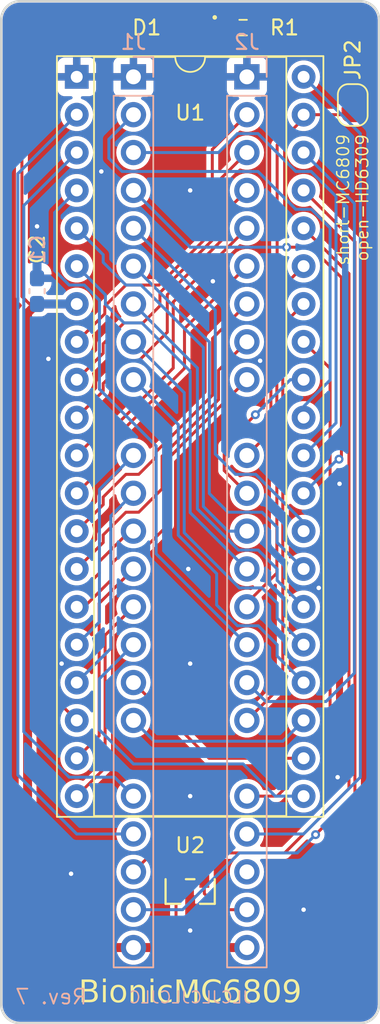
<source format=kicad_pcb>
(kicad_pcb (version 20240108) (generator "pcbnew") (generator_version "8.0")
  (title_block (title "BionicMC6809") (date "2025-03-02") (rev "67") (company "Tadashi G. Takaoka"))
  (layers (0 "F.Cu" signal) (31 "B.Cu" signal) (34 "B.Paste" user) (35 "F.Paste" user) (36 "B.SilkS" user "B.Silkscreen") (37 "F.SilkS" user "F.Silkscreen") (38 "B.Mask" user) (39 "F.Mask" user) (44 "Edge.Cuts" user))
  (net 0 "")
  (net 1 "VCC")
  (net 2 "GND")
  (net 3 "Net-(D1-K)")
  (net 4 "/P10")
  (net 5 "/P11")
  (net 6 "/P12")
  (net 7 "/P13")
  (net 8 "/P14")
  (net 9 "/P15")
  (net 10 "/P16")
  (net 11 "/P17")
  (net 12 "/P30")
  (net 13 "/P31")
  (net 14 "/P32")
  (net 15 "/P33")
  (net 16 "/P34")
  (net 17 "/P35")
  (net 18 "/P36")
  (net 19 "/P37")
  (net 20 "/P50")
  (net 21 "/P51")
  (net 22 "/P52")
  (net 23 "/P53")
  (net 24 "Net-(J2-P57)")
  (net 26 "/P55")
  (net 27 "/P54")
  (net 28 "/P47")
  (net 29 "/P46")
  (net 30 "/P45")
  (net 31 "/P44")
  (net 32 "/P43")
  (net 33 "/P42")
  (net 34 "/P41")
  (net 35 "/P40")
  (net 36 "/P27")
  (net 37 "/P26")
  (net 38 "/P25")
  (net 39 "/P24")
  (net 40 "/P23")
  (net 41 "/P22")
  (net 42 "/P21")
  (net 43 "/P20")
  (footprint "bionic:SolderJumper-2_P1.3mm_Open_RoundedPad1.0x1.5mm" (layer "F.Cu") (at 124.622 76.97 -90)
    (property "Reference" "JP2" (at -3.033 0 -90) (layer "F.SilkS"))
    (property "Value" "CPU")
    (fp_line (start 0.7 1) (end -0.7 1) (stroke (width 0.12)) (layer "F.SilkS"))
    (fp_line (start -1.4 0.3) (end -1.4 -0.3) (stroke (width 0.12)) (layer "F.SilkS"))
    (fp_line (start 1.4 -0.3) (end 1.4 0.3) (stroke (width 0.12)) (layer "F.SilkS"))
    (fp_line (start -0.7 -1) (end 0.7 -1) (stroke (width 0.12)) (layer "F.SilkS"))
    (fp_arc (start -0.7 1) (mid -1.194975 0.794975) (end -1.4 0.3) (stroke (width 0.12)) (layer "F.SilkS"))
    (fp_arc (start 1.4 0.3) (mid 1.194975 0.794975) (end 0.7 1) (stroke (width 0.12)) (layer "F.SilkS"))
    (fp_arc (start -1.4 -0.3) (mid -1.194975 -0.794975) (end -0.7 -1) (stroke (width 0.12)) (layer "F.SilkS"))
    (fp_arc (start 0.7 -1) (mid 1.194975 -0.794975) (end 1.4 -0.3) (stroke (width 0.12)) (layer "F.SilkS"))
    (pad "1" smd custom (at -0.65 0 270) (size 1 0.5) (layers "F.Cu" "F.Mask") (net 2 "GND") (options (clearance outline) (anchor rect)) (primitives (gr_circle (center 0 0.25) (end 0.5 0.25) (width 0) (fill yes)) (gr_circle (center 0 -0.25) (end 0.5 -0.25) (width 0) (fill yes)) (gr_poly (pts (xy 0.5 0.75) (xy 0 0.75) (xy 0 -0.75) (xy 0.5 -0.75)) (width 0) (fill yes))))
    (pad "2" smd custom (at 0.65 0 270) (size 1 0.5) (layers "F.Cu" "F.Mask") (net 35 "/P40") (options (clearance outline) (anchor rect)) (primitives (gr_circle (center 0 0.25) (end 0.5 0.25) (width 0) (fill yes)) (gr_circle (center 0 -0.25) (end 0.5 -0.25) (width 0) (fill yes)) (gr_poly (pts (xy 0 0.75) (xy -0.5 0.75) (xy -0.5 -0.75) (xy 0 -0.75)) (width 0) (fill yes))))
  )
  (footprint "Resistor_SMD:R_0603_1608Metric_Pad0.98x0.95mm_HandSolder" (layer "F.Cu") (at 117.256 71.778)
    (property "Reference" "R1" (at 2.7733 0 0) (layer "F.SilkS"))
    (property "Value" "1.6k")
    (fp_line (start -0.254724 -0.5225) (end 0.254724 -0.5225) (stroke (width 0.12)) (layer "F.SilkS"))
    (fp_line (start -0.254724 0.5225) (end 0.254724 0.5225) (stroke (width 0.12)) (layer "F.SilkS"))
    (pad "1" smd roundrect (at -0.9125 0) (size 0.975 0.95) (layers "F.Cu" "F.Paste" "F.Mask") (net 3 "Net-(D1-K)"))
    (pad "2" smd roundrect (at 0.9125 0) (size 0.975 0.95) (layers "F.Cu" "F.Paste" "F.Mask") (net 2 "GND"))
  )
  (footprint "Capacitor_SMD:C_0603_1608Metric_Pad1.08x0.95mm_HandSolder" (layer "F.Cu") (at 103.413 89.4575 90)
    (property "Reference" "C2" (at 2.794 0 90) (layer "F.SilkS"))
    (property "Value" "22u")
    (fp_line (start -0.146267 -0.51) (end 0.146267 -0.51) (stroke (width 0.12)) (layer "F.SilkS"))
    (fp_line (start -0.146267 0.51) (end 0.146267 0.51) (stroke (width 0.12)) (layer "F.SilkS"))
    (pad "1" smd roundrect (at -0.8625 0 90) (size 1.075 0.95) (layers "F.Cu" "F.Paste" "F.Mask") (net 1 "VCC"))
    (pad "2" smd roundrect (at 0.8625 0 90) (size 1.075 0.95) (layers "F.Cu" "F.Paste" "F.Mask") (net 2 "GND"))
  )
  (footprint "rhom:LED_CSL1901UW1_ROM-M" (layer "F.Cu") (at 113.7 71.778 180)
    (property "Reference" "D1" (at 2.921 0 0) (layer "F.SilkS"))
    (property "Value" "CSL1901UW1")
    (fp_circle (center -1.651 0.6858) (end -1.5748 0.6858) (stroke (width 0.1524)) (fill none) (layer "F.SilkS"))
    (pad "1" smd rect (at -0.8763 0 180) (size 0.9652 0.762) (layers "F.Cu" "F.Paste" "F.Mask") (net 3 "Net-(D1-K)"))
    (pad "2" smd rect (at 0.8763 0 180) (size 0.9652 0.762) (layers "F.Cu" "F.Paste" "F.Mask") (net 1 "VCC"))
    (zone (net 0) (net_name "") (layer "F.Cu") (connect_pads (clearance 0)) (min_thickness 0.254)
      (keepout (tracks not_allowed) (vias not_allowed) (pads allowed) (copperpour not_allowed) (footprints allowed))
      (fill (thermal_gap 0.508) (thermal_bridge_width 0.508))
      (polygon (pts (xy 114.0429 72.1336) (xy 113.3571 72.1336) (xy 113.3571 71.4224) (xy 114.0429 71.4224)))
    )
  )
  (footprint "microchip:SOT-23_MC_MCH-M" (layer "F.Cu") (at 113.7 129.74 180)
    (property "Reference" "U2" (at 0 3.098 0) (layer "F.SilkS"))
    (property "Value" "11AA010-I/TT")
    (fp_line (start 1.652 0.827) (end 1.652 -0.827) (stroke (width 0.1524)) (layer "F.SilkS"))
    (fp_line (start 1.652 -0.827) (end 0.66294 -0.827) (stroke (width 0.1524)) (layer "F.SilkS"))
    (fp_line (start -0.287061 0.827) (end 0.287061 0.827) (stroke (width 0.1524)) (layer "F.SilkS"))
    (fp_line (start -0.66294 -0.827) (end -1.652 -0.827) (stroke (width 0.1524)) (layer "F.SilkS"))
    (fp_line (start -1.652 -0.827) (end -1.652 0.827) (stroke (width 0.1524)) (layer "F.SilkS"))
    (pad "1" smd rect (at -0.950001 1.066 180) (size 0.6604 1.6256) (layers "F.Cu" "F.Paste" "F.Mask") (net 24 "Net-(J2-P57)"))
    (pad "2" smd rect (at 0.950001 1.066 180) (size 0.6604 1.6256) (layers "F.Cu" "F.Paste" "F.Mask") (net 1 "VCC"))
    (pad "3" smd rect (at 0 -1.066 180) (size 0.6604 1.6256) (layers "F.Cu" "F.Paste" "F.Mask") (net 2 "GND"))
  )
  (footprint "bionic:DIP-40_W15.24mm_Socket" (layer "F.Cu") (at 106.08 75.08)
    (property "Reference" "U1" (at 7.62 2.413 0) (layer "F.SilkS"))
    (property "Value" "MC6809P")
    (fp_line (start -1.33 -1.39) (end -1.33 49.65) (stroke (width 0.12)) (layer "F.SilkS"))
    (fp_line (start -1.33 49.65) (end 16.57 49.65) (stroke (width 0.12)) (layer "F.SilkS"))
    (fp_line (start 1.16 -1.33) (end 1.16 49.59) (stroke (width 0.12)) (layer "F.SilkS"))
    (fp_line (start 1.16 49.59) (end 14.08 49.59) (stroke (width 0.12)) (layer "F.SilkS"))
    (fp_line (start 6.62 -1.33) (end 1.16 -1.33) (stroke (width 0.12)) (layer "F.SilkS"))
    (fp_line (start 14.08 -1.33) (end 8.62 -1.33) (stroke (width 0.12)) (layer "F.SilkS"))
    (fp_line (start 14.08 49.59) (end 14.08 -1.33) (stroke (width 0.12)) (layer "F.SilkS"))
    (fp_line (start 16.57 -1.39) (end -1.33 -1.39) (stroke (width 0.12)) (layer "F.SilkS"))
    (fp_line (start 16.57 49.65) (end 16.57 -1.39) (stroke (width 0.12)) (layer "F.SilkS"))
    (fp_arc (start 8.62 -1.33) (mid 7.62 -0.33) (end 6.62 -1.33) (stroke (width 0.12)) (layer "F.SilkS"))
    (pad "1" thru_hole rect (at 0 0) (size 1.6 1.6) (drill 0.8) (layers "*.Cu" "*.Mask") (net 2 "GND"))
    (pad "2" thru_hole oval (at 0 2.54) (size 1.6 1.6) (drill 0.8) (layers "*.Cu" "*.Mask") (net 21 "/P51"))
    (pad "3" thru_hole oval (at 0 5.08) (size 1.6 1.6) (drill 0.8) (layers "*.Cu" "*.Mask") (net 20 "/P50"))
    (pad "4" thru_hole oval (at 0 7.62) (size 1.6 1.6) (drill 0.8) (layers "*.Cu" "*.Mask") (net 30 "/P45"))
    (pad "5" thru_hole oval (at 0 10.16) (size 1.6 1.6) (drill 0.8) (layers "*.Cu" "*.Mask") (net 33 "/P42"))
    (pad "6" thru_hole oval (at 0 12.7) (size 1.6 1.6) (drill 0.8) (layers "*.Cu" "*.Mask") (net 32 "/P43"))
    (pad "7" thru_hole oval (at 0 15.24) (size 1.6 1.6) (drill 0.8) (layers "*.Cu" "*.Mask") (net 1 "VCC"))
    (pad "8" thru_hole oval (at 0 17.78) (size 1.6 1.6) (drill 0.8) (layers "*.Cu" "*.Mask") (net 43 "/P20"))
    (pad "9" thru_hole oval (at 0 20.32) (size 1.6 1.6) (drill 0.8) (layers "*.Cu" "*.Mask") (net 42 "/P21"))
    (pad "10" thru_hole oval (at 0 22.86) (size 1.6 1.6) (drill 0.8) (layers "*.Cu" "*.Mask") (net 41 "/P22"))
    (pad "11" thru_hole oval (at 0 25.4) (size 1.6 1.6) (drill 0.8) (layers "*.Cu" "*.Mask") (net 40 "/P23"))
    (pad "12" thru_hole oval (at 0 27.94) (size 1.6 1.6) (drill 0.8) (layers "*.Cu" "*.Mask") (net 39 "/P24"))
    (pad "13" thru_hole oval (at 0 30.48) (size 1.6 1.6) (drill 0.8) (layers "*.Cu" "*.Mask") (net 38 "/P25"))
    (pad "14" thru_hole oval (at 0 33.02) (size 1.6 1.6) (drill 0.8) (layers "*.Cu" "*.Mask") (net 37 "/P26"))
    (pad "15" thru_hole oval (at 0 35.56) (size 1.6 1.6) (drill 0.8) (layers "*.Cu" "*.Mask") (net 36 "/P27"))
    (pad "16" thru_hole oval (at 0 38.1) (size 1.6 1.6) (drill 0.8) (layers "*.Cu" "*.Mask") (net 12 "/P30"))
    (pad "17" thru_hole oval (at 0 40.64) (size 1.6 1.6) (drill 0.8) (layers "*.Cu" "*.Mask") (net 13 "/P31"))
    (pad "18" thru_hole oval (at 0 43.18) (size 1.6 1.6) (drill 0.8) (layers "*.Cu" "*.Mask") (net 14 "/P32"))
    (pad "19" thru_hole oval (at 0 45.72) (size 1.6 1.6) (drill 0.8) (layers "*.Cu" "*.Mask") (net 15 "/P33"))
    (pad "20" thru_hole oval (at 0 48.26) (size 1.6 1.6) (drill 0.8) (layers "*.Cu" "*.Mask") (net 16 "/P34"))
    (pad "21" thru_hole oval (at 15.24 48.26) (size 1.6 1.6) (drill 0.8) (layers "*.Cu" "*.Mask") (net 17 "/P35"))
    (pad "22" thru_hole oval (at 15.24 45.72) (size 1.6 1.6) (drill 0.8) (layers "*.Cu" "*.Mask") (net 18 "/P36"))
    (pad "23" thru_hole oval (at 15.24 43.18) (size 1.6 1.6) (drill 0.8) (layers "*.Cu" "*.Mask") (net 19 "/P37"))
    (pad "24" thru_hole oval (at 15.24 40.64) (size 1.6 1.6) (drill 0.8) (layers "*.Cu" "*.Mask") (net 11 "/P17"))
    (pad "25" thru_hole oval (at 15.24 38.1) (size 1.6 1.6) (drill 0.8) (layers "*.Cu" "*.Mask") (net 10 "/P16"))
    (pad "26" thru_hole oval (at 15.24 35.56) (size 1.6 1.6) (drill 0.8) (layers "*.Cu" "*.Mask") (net 9 "/P15"))
    (pad "27" thru_hole oval (at 15.24 33.02) (size 1.6 1.6) (drill 0.8) (layers "*.Cu" "*.Mask") (net 8 "/P14"))
    (pad "28" thru_hole oval (at 15.24 30.48) (size 1.6 1.6) (drill 0.8) (layers "*.Cu" "*.Mask") (net 7 "/P13"))
    (pad "29" thru_hole oval (at 15.24 27.94) (size 1.6 1.6) (drill 0.8) (layers "*.Cu" "*.Mask") (net 6 "/P12"))
    (pad "30" thru_hole oval (at 15.24 25.4) (size 1.6 1.6) (drill 0.8) (layers "*.Cu" "*.Mask") (net 5 "/P11"))
    (pad "31" thru_hole oval (at 15.24 22.86) (size 1.6 1.6) (drill 0.8) (layers "*.Cu" "*.Mask") (net 4 "/P10"))
    (pad "32" thru_hole oval (at 15.24 20.32) (size 1.6 1.6) (drill 0.8) (layers "*.Cu" "*.Mask") (net 34 "/P41"))
    (pad "33" thru_hole oval (at 15.24 17.78) (size 1.6 1.6) (drill 0.8) (layers "*.Cu" "*.Mask") (net 27 "/P54"))
    (pad "34" thru_hole oval (at 15.24 15.24) (size 1.6 1.6) (drill 0.8) (layers "*.Cu" "*.Mask") (net 28 "/P47"))
    (pad "35" thru_hole oval (at 15.24 12.7) (size 1.6 1.6) (drill 0.8) (layers "*.Cu" "*.Mask") (net 31 "/P44"))
    (pad "36" thru_hole oval (at 15.24 10.16) (size 1.6 1.6) (drill 0.8) (layers "*.Cu" "*.Mask") (net 22 "/P52"))
    (pad "37" thru_hole oval (at 15.24 7.62) (size 1.6 1.6) (drill 0.8) (layers "*.Cu" "*.Mask") (net 23 "/P53"))
    (pad "38" thru_hole oval (at 15.24 5.08) (size 1.6 1.6) (drill 0.8) (layers "*.Cu" "*.Mask") (net 29 "/P46"))
    (pad "39" thru_hole oval (at 15.24 2.54) (size 1.6 1.6) (drill 0.8) (layers "*.Cu" "*.Mask") (net 35 "/P40"))
    (pad "40" thru_hole oval (at 15.24 0) (size 1.6 1.6) (drill 0.8) (layers "*.Cu" "*.Mask") (net 26 "/P55"))
  )
  (footprint "bionic:Bionic-P245_THT" (layer "B.Cu") (at 117.51 75.08 180)
    (property "Reference" "J2" (at 0 2.33 0) (layer "B.SilkS") (effects (justify mirror)))
    (property "Value" "Bionic-P245")
    (fp_line (start 1.33 -1.27) (end -1.33 -1.27) (stroke (width 0.12)) (layer "B.SilkS"))
    (fp_line (start 1.33 -59.75) (end 1.33 -1.27) (stroke (width 0.12)) (layer "B.SilkS"))
    (fp_line (start 1.33 -59.75) (end -1.33 -59.75) (stroke (width 0.12)) (layer "B.SilkS"))
    (fp_line (start 0 1.33) (end -1.33 1.33) (stroke (width 0.12)) (layer "B.SilkS"))
    (fp_line (start -1.33 1.33) (end -1.33 0) (stroke (width 0.12)) (layer "B.SilkS"))
    (fp_line (start -1.33 -59.75) (end -1.33 -1.27) (stroke (width 0.12)) (layer "B.SilkS"))
    (pad "25" thru_hole oval (at 0 -58.42 180) (size 1.7 1.7) (drill 1) (layers "*.Cu" "*.Mask") (net 1 "VCC"))
    (pad "26" thru_hole oval (at 0 -55.88 180) (size 1.7 1.7) (drill 1) (layers "*.Cu" "*.Mask") (net 24 "Net-(J2-P57)"))
    (pad "27" thru_hole oval (at 0 -53.34 180) (size 1.7 1.7) (drill 1) (layers "*.Cu" "*.Mask"))
    (pad "28" thru_hole oval (at 0 -50.8 180) (size 1.7 1.7) (drill 1) (layers "*.Cu" "*.Mask") (net 26 "/P55"))
    (pad "29" thru_hole oval (at 0 -48.26 180) (size 1.7 1.7) (drill 1) (layers "*.Cu" "*.Mask") (net 27 "/P54"))
    (pad "31" thru_hole oval (at 0 -43.18 180) (size 1.7 1.7) (drill 1) (layers "*.Cu" "*.Mask") (net 28 "/P47"))
    (pad "32" thru_hole oval (at 0 -40.64 180) (size 1.7 1.7) (drill 1) (layers "*.Cu" "*.Mask") (net 29 "/P46"))
    (pad "33" thru_hole oval (at 0 -38.1 180) (size 1.7 1.7) (drill 1) (layers "*.Cu" "*.Mask") (net 30 "/P45"))
    (pad "34" thru_hole oval (at 0 -35.56 180) (size 1.7 1.7) (drill 1) (layers "*.Cu" "*.Mask") (net 31 "/P44"))
    (pad "35" thru_hole oval (at 0 -33.02 180) (size 1.7 1.7) (drill 1) (layers "*.Cu" "*.Mask") (net 32 "/P43"))
    (pad "36" thru_hole oval (at 0 -30.48 180) (size 1.7 1.7) (drill 1) (layers "*.Cu" "*.Mask") (net 33 "/P42"))
    (pad "37" thru_hole oval (at 0 -27.94 180) (size 1.7 1.7) (drill 1) (layers "*.Cu" "*.Mask") (net 34 "/P41"))
    (pad "38" thru_hole oval (at 0 -25.4 180) (size 1.7 1.7) (drill 1) (layers "*.Cu" "*.Mask") (net 35 "/P40"))
    (pad "40" thru_hole oval (at 0 -20.32 180) (size 1.7 1.7) (drill 1) (layers "*.Cu" "*.Mask") (net 36 "/P27"))
    (pad "41" thru_hole oval (at 0 -17.78 180) (size 1.7 1.7) (drill 1) (layers "*.Cu" "*.Mask") (net 37 "/P26"))
    (pad "42" thru_hole oval (at 0 -15.24 180) (size 1.7 1.7) (drill 1) (layers "*.Cu" "*.Mask") (net 38 "/P25"))
    (pad "43" thru_hole oval (at 0 -12.7 180) (size 1.7 1.7) (drill 1) (layers "*.Cu" "*.Mask") (net 39 "/P24"))
    (pad "44" thru_hole oval (at 0 -10.16 180) (size 1.7 1.7) (drill 1) (layers "*.Cu" "*.Mask") (net 40 "/P23"))
    (pad "45" thru_hole oval (at 0 -7.62 180) (size 1.7 1.7) (drill 1) (layers "*.Cu" "*.Mask") (net 41 "/P22"))
    (pad "46" thru_hole oval (at 0 -5.08 180) (size 1.7 1.7) (drill 1) (layers "*.Cu" "*.Mask") (net 42 "/P21"))
    (pad "47" thru_hole oval (at 0 -2.54 180) (size 1.7 1.7) (drill 1) (layers "*.Cu" "*.Mask") (net 43 "/P20"))
    (pad "48" thru_hole rect (at 0 0 180) (size 1.7 1.7) (drill 1) (layers "*.Cu" "*.Mask") (net 2 "GND"))
  )
  (footprint "bionic:Bionic-P135_THT" (layer "B.Cu") (at 109.89 75.08 180)
    (property "Reference" "J1" (at 0 2.33 0) (layer "B.SilkS") (effects (justify mirror)))
    (property "Value" "Bionic-P135")
    (fp_line (start 1.33 -1.27) (end -1.33 -1.27) (stroke (width 0.12)) (layer "B.SilkS"))
    (fp_line (start 1.33 -59.75) (end 1.33 -1.27) (stroke (width 0.12)) (layer "B.SilkS"))
    (fp_line (start 1.33 -59.75) (end -1.33 -59.75) (stroke (width 0.12)) (layer "B.SilkS"))
    (fp_line (start 0 1.33) (end -1.33 1.33) (stroke (width 0.12)) (layer "B.SilkS"))
    (fp_line (start -1.33 1.33) (end -1.33 0) (stroke (width 0.12)) (layer "B.SilkS"))
    (fp_line (start -1.33 -59.75) (end -1.33 -1.27) (stroke (width 0.12)) (layer "B.SilkS"))
    (pad "1" thru_hole rect (at 0 0 180) (size 1.7 1.7) (drill 1) (layers "*.Cu" "*.Mask") (net 2 "GND"))
    (pad "2" thru_hole oval (at 0 -2.54 180) (size 1.7 1.7) (drill 1) (layers "*.Cu" "*.Mask") (net 4 "/P10"))
    (pad "3" thru_hole oval (at 0 -5.08 180) (size 1.7 1.7) (drill 1) (layers "*.Cu" "*.Mask") (net 5 "/P11"))
    (pad "4" thru_hole oval (at 0 -7.62 180) (size 1.7 1.7) (drill 1) (layers "*.Cu" "*.Mask") (net 6 "/P12"))
    (pad "5" thru_hole oval (at 0 -10.16 180) (size 1.7 1.7) (drill 1) (layers "*.Cu" "*.Mask") (net 7 "/P13"))
    (pad "6" thru_hole oval (at 0 -12.7 180) (size 1.7 1.7) (drill 1) (layers "*.Cu" "*.Mask") (net 8 "/P14"))
    (pad "7" thru_hole oval (at 0 -15.24 180) (size 1.7 1.7) (drill 1) (layers "*.Cu" "*.Mask") (net 9 "/P15"))
    (pad "8" thru_hole oval (at 0 -17.78 180) (size 1.7 1.7) (drill 1) (layers "*.Cu" "*.Mask") (net 10 "/P16"))
    (pad "9" thru_hole oval (at 0 -20.32 180) (size 1.7 1.7) (drill 1) (layers "*.Cu" "*.Mask") (net 11 "/P17"))
    (pad "11" thru_hole oval (at 0 -25.4 180) (size 1.7 1.7) (drill 1) (layers "*.Cu" "*.Mask") (net 12 "/P30"))
    (pad "12" thru_hole oval (at 0 -27.94 180) (size 1.7 1.7) (drill 1) (layers "*.Cu" "*.Mask") (net 13 "/P31"))
    (pad "13" thru_hole oval (at 0 -30.48 180) (size 1.7 1.7) (drill 1) (layers "*.Cu" "*.Mask") (net 14 "/P32"))
    (pad "14" thru_hole oval (at 0 -33.02 180) (size 1.7 1.7) (drill 1) (layers "*.Cu" "*.Mask") (net 15 "/P33"))
    (pad "15" thru_hole oval (at 0 -35.56 180) (size 1.7 1.7) (drill 1) (layers "*.Cu" "*.Mask") (net 16 "/P34"))
    (pad "16" thru_hole oval (at 0 -38.1 180) (size 1.7 1.7) (drill 1) (layers "*.Cu" "*.Mask") (net 17 "/P35"))
    (pad "17" thru_hole oval (at 0 -40.64 180) (size 1.7 1.7) (drill 1) (layers "*.Cu" "*.Mask") (net 18 "/P36"))
    (pad "18" thru_hole oval (at 0 -43.18 180) (size 1.7 1.7) (drill 1) (layers "*.Cu" "*.Mask") (net 19 "/P37"))
    (pad "20" thru_hole oval (at 0 -48.26 180) (size 1.7 1.7) (drill 1) (layers "*.Cu" "*.Mask") (net 20 "/P50"))
    (pad "21" thru_hole oval (at 0 -50.8 180) (size 1.7 1.7) (drill 1) (layers "*.Cu" "*.Mask") (net 21 "/P51"))
    (pad "22" thru_hole oval (at 0 -53.34 180) (size 1.7 1.7) (drill 1) (layers "*.Cu" "*.Mask") (net 22 "/P52"))
    (pad "23" thru_hole oval (at 0 -55.88 180) (size 1.7 1.7) (drill 1) (layers "*.Cu" "*.Mask") (net 23 "/P53"))
    (pad "24" thru_hole oval (at 0 -58.42 180) (size 1.7 1.7) (drill 1) (layers "*.Cu" "*.Mask") (net 1 "VCC"))
  )
  (footprint "Capacitor_SMD:C_0603_1608Metric_Pad1.08x0.95mm_HandSolder" (layer "B.Cu") (at 103.413 89.4575 90)
    (property "Reference" "C1" (at 2.794 0.03 90) (layer "B.SilkS") (effects (justify mirror)))
    (property "Value" "0.1u")
    (fp_line (start 0.146267 -0.51) (end -0.146267 -0.51) (stroke (width 0.12)) (layer "B.SilkS"))
    (fp_line (start 0.146267 0.51) (end -0.146267 0.51) (stroke (width 0.12)) (layer "B.SilkS"))
    (pad "1" smd roundrect (at -0.8625 0 90) (size 1.075 0.95) (layers "B.Cu" "B.Paste" "B.Mask") (net 1 "VCC"))
    (pad "2" smd roundrect (at 0.8625 0 90) (size 1.075 0.95) (layers "B.Cu" "B.Paste" "B.Mask") (net 2 "GND"))
  )
  (gr_line (start 125.13 70) (end 102.27 70) (stroke (width 0.15)) (layer "Edge.Cuts"))
  (gr_line (start 101 71.27) (end 101 137.31) (stroke (width 0.15)) (layer "Edge.Cuts"))
  (gr_arc (start 102.27 138.58) (mid 101.371974 138.208026) (end 101 137.31) (stroke (width 0.15)) (layer "Edge.Cuts"))
  (gr_arc (start 126.4 137.31) (mid 126.028026 138.208026) (end 125.13 138.58) (stroke (width 0.15)) (layer "Edge.Cuts"))
  (gr_arc (start 101 71.27) (mid 101.371974 70.371974) (end 102.27 70) (stroke (width 0.15)) (layer "Edge.Cuts"))
  (gr_arc (start 125.13 70) (mid 126.028026 70.371974) (end 126.4 71.27) (stroke (width 0.15)) (layer "Edge.Cuts"))
  (gr_line (start 126.4 137.31) (end 126.4 71.27) (stroke (width 0.15)) (layer "Edge.Cuts"))
  (gr_line (start 102.27 138.58) (end 125.13 138.58) (stroke (width 0.15)) (layer "Edge.Cuts"))
  (gr_text "JLCJLCJLCJLC" (at 113.7 137.31 0) (layer "B.SilkS") (effects (font (size 0.8 0.8)) (justify bottom mirror)))
  (gr_text "Rev. 7" (at 106.842 136.802 0) (layer "B.SilkS") (effects (font (size 1 1)) (justify left mirror)))
  (gr_text "BionicMC6809" (at 113.7 136.548 0) (layer "F.SilkS") (effects (font (size 1.5 1.5))))
  (gr_text "short-MC6809\nopen-HD6309" (at 124.622 78.86 90) (layer "F.SilkS") (effects (font (size 0.8 0.8) (thickness 0.1)) (justify right)))
  (segment (start 102.397 89.812) (end 102.8785 90.2935) (width 0.2) (layer "F.Cu") (net 1))
  (segment (start 102.8785 90.2935) (end 103.413 90.2935) (width 0.2) (layer "F.Cu") (net 1))
  (segment (start 103.375 90.32) (end 103.286 90.231) (width 0.2) (layer "F.Cu") (net 1))
  (segment (start 112.749999 133.438999) (end 112.811 133.5) (width 0.2) (layer "F.Cu") (net 1))
  (segment (start 112.811 133.5) (end 109.89 133.5) (width 0.6) (layer "F.Cu") (net 1))
  (segment (start 112.8237 71.778) (end 105.572 71.778) (width 0.2) (layer "F.Cu") (net 1))
  (segment (start 102.397 74.953) (end 102.397 89.812) (width 0.2) (layer "F.Cu") (net 1))
  (segment (start 102.778 90.9285) (end 103.413 90.2935) (width 0.6) (layer "F.Cu") (net 1))
  (segment (start 109.89 133.5) (end 108.62 133.5) (width 0.6) (layer "F.Cu") (net 1))
  (segment (start 102.778 127.658) (end 102.778 90.9285) (width 0.6) (layer "F.Cu") (net 1))
  (segment (start 105.572 71.778) (end 102.397 74.953) (width 0.2) (layer "F.Cu") (net 1))
  (segment (start 103.286 90.231) (end 103.286 90.1665) (width 0.2) (layer "F.Cu") (net 1))
  (segment (start 117.51 133.5) (end 112.811 133.5) (width 0.6) (layer "F.Cu") (net 1))
  (segment (start 112.749999 129.182) (end 112.749999 133.438999) (width 0.2) (layer "F.Cu") (net 1))
  (segment (start 108.62 133.5) (end 102.778 127.658) (width 0.6) (layer "F.Cu") (net 1))
  (segment (start 103.4395 90.32) (end 106.08 90.32) (width 0.6) (layer "F.Cu") (net 1))
  (segment (start 103.413 90.2935) (end 103.4395 90.32) (width 1) (layer "F.Cu") (net 1))
  (segment (start 106.0535 90.2935) (end 106.08 90.32) (width 0.8) (layer "B.Cu") (net 1))
  (segment (start 106.08 90.32) (end 103.413 90.32) (width 0.6) (layer "B.Cu") (net 1))
  (via (at 105.699 128.547) (size 0.6) (drill 0.3) (layers "F.Cu" "B.Cu") (net 2))
  (via (at 107.731 81.43) (size 0.6) (drill 0.3) (layers "F.Cu" "B.Cu") (net 2))
  (via (at 105.064 114.45) (size 0.6) (drill 0.3) (layers "F.Cu" "B.Cu") (net 2))
  (via (at 113.573 108.1) (size 0.6) (drill 0.3) (layers "F.Cu" "B.Cu") (net 2))
  (via (at 113.7 82.7) (size 0.6) (drill 0.3) (layers "F.Cu" "B.Cu") (net 2))
  (via (at 121.32 130.96) (size 0.6) (drill 0.3) (layers "F.Cu" "B.Cu") (net 2))
  (via (at 115.224 88.796) (size 0.6) (drill 0.3) (layers "F.Cu" "B.Cu") (net 2))
  (via (at 118.399 94.13) (size 0.6) (drill 0.3) (layers "F.Cu" "B.Cu") (net 2))
  (via (at 103.413 85.113) (size 0.6) (drill 0.3) (layers "F.Cu" "B.Cu") (net 2))
  (via (at 113.7 123.34) (size 0.6) (drill 0.3) (layers "F.Cu" "B.Cu") (net 2))
  (via (at 123.606 122.07) (size 0.6) (drill 0.3) (layers "F.Cu" "B.Cu") (net 2))
  (via (at 113.7 114.45) (size 0.6) (drill 0.3) (layers "F.Cu" "B.Cu") (net 2))
  (via (at 104.175 94.003) (size 0.6) (drill 0.3) (layers "F.Cu" "B.Cu") (net 2))
  (via (at 113.7 132.357) (size 0.6) (drill 0.3) (layers "F.Cu" "B.Cu") (net 2))
  (via (at 123.733 102.385) (size 0.6) (drill 0.3) (layers "F.Cu" "B.Cu") (net 2))
  (via (at 122.336 109.37) (size 0.6) (drill 0.3) (layers "F.Cu" "B.Cu") (net 2))
  (segment (start 103.413 88.5685) (end 103.413 85.113) (width 0.6) (layer "B.Cu") (net 2))
  (segment (start 116.3435 71.778) (end 114.5763 71.778) (width 0.2) (layer "F.Cu") (net 3))
  (segment (start 108.239 79.271) (end 108.239 80.541) (width 0.2) (layer "B.Cu") (net 4))
  (segment (start 121.32 97.2025) (end 121.32 97.94) (width 0.2) (layer "B.Cu") (net 4))
  (segment (start 120.796182 83.97) (end 121.849825 83.97) (width 0.2) (layer "B.Cu") (net 4))
  (segment (start 123.098 85.218175) (end 123.098 95.4245) (width 0.2) (layer "B.Cu") (net 4))
  (segment (start 109.89 77.62) (end 108.239 79.271) (width 0.2) (layer "B.Cu") (net 4))
  (segment (start 118.256182 81.43) (end 120.796182 83.97) (width 0.2) (layer "B.Cu") (net 4))
  (segment (start 109.128 81.43) (end 118.256182 81.43) (width 0.2) (layer "B.Cu") (net 4))
  (segment (start 123.098 95.4245) (end 121.32 97.2025) (width 0.2) (layer "B.Cu") (net 4))
  (segment (start 121.849825 83.97) (end 123.098 85.218175) (width 0.2) (layer "B.Cu") (net 4))
  (segment (start 108.239 80.541) (end 109.128 81.43) (width 0.2) (layer "B.Cu") (net 4))
  (segment (start 121.828 81.43) (end 123.498 83.1) (width 0.2) (layer "B.Cu") (net 5))
  (segment (start 123.498 98.302) (end 121.32 100.48) (width 0.2) (layer "B.Cu") (net 5))
  (segment (start 123.498 83.1) (end 123.498 98.302) (width 0.2) (layer "B.Cu") (net 5))
  (segment (start 116.875 78.89) (end 118.256182 78.89) (width 0.2) (layer "B.Cu") (net 5))
  (segment (start 120.796182 81.43) (end 121.828 81.43) (width 0.2) (layer "B.Cu") (net 5))
  (segment (start 118.256182 78.89) (end 120.796182 81.43) (width 0.2) (layer "B.Cu") (net 5))
  (segment (start 115.605 80.16) (end 116.875 78.89) (width 0.2) (layer "B.Cu") (net 5))
  (segment (start 109.89 80.16) (end 115.605 80.16) (width 0.2) (layer "B.Cu") (net 5))
  (segment (start 123.698 100.734) (end 123.86 100.572) (width 0.2) (layer "F.Cu") (net 6))
  (segment (start 123.86 100.572) (end 123.86 88.542) (width 0.2) (layer "F.Cu") (net 6))
  (segment (start 121.828 86.51) (end 120.177 86.51) (width 0.2) (layer "F.Cu") (net 6))
  (segment (start 123.86 88.542) (end 121.828 86.51) (width 0.2) (layer "F.Cu") (net 6))
  (via (at 120.177 86.51) (size 0.6) (drill 0.3) (layers "F.Cu" "B.Cu") (net 6))
  (via (at 123.698 100.734) (size 0.6) (drill 0.3) (layers "F.Cu" "B.Cu") (net 6))
  (segment (start 113.7 86.51) (end 109.89 82.7) (width 0.2) (layer "B.Cu") (net 6))
  (segment (start 123.698 100.734) (end 123.606 100.734) (width 0.2) (layer "B.Cu") (net 6))
  (segment (start 123.606 100.734) (end 121.32 103.02) (width 0.2) (layer "B.Cu") (net 6))
  (segment (start 120.177 86.51) (end 113.7 86.51) (width 0.2) (layer "B.Cu") (net 6))
  (segment (start 115.386 100.388) (end 116.748 101.75) (width 0.2) (layer "B.Cu") (net 7))
  (segment (start 121.32 104.963654) (end 121.32 105.56) (width 0.2) (layer "B.Cu") (net 7))
  (segment (start 118.106346 101.75) (end 121.32 104.963654) (width 0.2) (layer "B.Cu") (net 7))
  (segment (start 115.386 90.736) (end 115.386 100.388) (width 0.2) (layer "B.Cu") (net 7))
  (segment (start 116.748 101.75) (end 118.106346 101.75) (width 0.2) (layer "B.Cu") (net 7))
  (segment (start 109.89 85.24) (end 115.386 90.736) (width 0.2) (layer "B.Cu") (net 7))
  (segment (start 121.32 108.1) (end 119.542 106.322) (width 0.2) (layer "B.Cu") (net 8))
  (segment (start 118.526 104.29) (end 116.24 104.29) (width 0.2) (layer "B.Cu") (net 8))
  (segment (start 114.986 92.876) (end 109.89 87.78) (width 0.2) (layer "B.Cu") (net 8))
  (segment (start 116.24 104.29) (end 114.986 103.036) (width 0.2) (layer "B.Cu") (net 8))
  (segment (start 119.542 106.322) (end 119.542 105.306) (width 0.2) (layer "B.Cu") (net 8))
  (segment (start 119.542 105.306) (end 118.526 104.29) (width 0.2) (layer "B.Cu") (net 8))
  (segment (start 114.986 103.036) (end 114.986 92.876) (width 0.2) (layer "B.Cu") (net 8))
  (segment (start 119.542 108.862) (end 119.542 108.1) (width 0.2) (layer "B.Cu") (net 9))
  (segment (start 121.32 110.64) (end 121.32 110.254) (width 0.2) (layer "B.Cu") (net 9))
  (segment (start 121.32 110.64) (end 119.542 108.862) (width 0.2) (layer "B.Cu") (net 9))
  (segment (start 114.186 104.071686) (end 114.186 94.616) (width 0.2) (layer "B.Cu") (net 9))
  (segment (start 114.186 94.616) (end 109.89 90.32) (width 0.2) (layer "B.Cu") (net 9))
  (segment (start 118.272 106.83) (end 116.944314 106.83) (width 0.2) (layer "B.Cu") (net 9))
  (segment (start 116.944314 106.83) (end 114.186 104.071686) (width 0.2) (layer "B.Cu") (net 9))
  (segment (start 119.542 108.1) (end 118.272 106.83) (width 0.2) (layer "B.Cu") (net 9))
  (segment (start 113.3 96.27) (end 113.3 105.668) (width 0.2) (layer "B.Cu") (net 10))
  (segment (start 119.542 110.386) (end 119.542 111.402) (width 0.2) (layer "B.Cu") (net 10))
  (segment (start 117.002 109.37) (end 118.526 109.37) (width 0.2) (layer "B.Cu") (net 10))
  (segment (start 109.89 92.86) (end 113.3 96.27) (width 0.2) (layer "B.Cu") (net 10))
  (segment (start 119.542 111.402) (end 121.32 113.18) (width 0.2) (layer "B.Cu") (net 10))
  (segment (start 118.526 109.37) (end 119.542 110.386) (width 0.2) (layer "B.Cu") (net 10))
  (segment (start 113.3 105.668) (end 117.002 109.37) (width 0.2) (layer "B.Cu") (net 10))
  (segment (start 118.272 111.91) (end 119.542 113.18) (width 0.2) (layer "B.Cu") (net 11))
  (segment (start 115.478 110.513) (end 116.875 111.91) (width 0.2) (layer "B.Cu") (net 11))
  (segment (start 115.478 108.411686) (end 115.478 110.513) (width 0.2) (layer "B.Cu") (net 11))
  (segment (start 116.875 111.91) (end 118.272 111.91) (width 0.2) (layer "B.Cu") (net 11))
  (segment (start 119.542 113.18) (end 119.542 113.942) (width 0.2) (layer "B.Cu") (net 11))
  (segment (start 119.542 113.942) (end 121.32 115.72) (width 0.2) (layer "B.Cu") (net 11))
  (segment (start 112.9 105.833686) (end 115.478 108.411686) (width 0.2) (layer "B.Cu") (net 11))
  (segment (start 112.9 98.41) (end 112.9 105.833686) (width 0.2) (layer "B.Cu") (net 11))
  (segment (start 109.89 95.4) (end 112.9 98.41) (width 0.2) (layer "B.Cu") (net 11))
  (segment (start 109.89 100.48) (end 107.604 102.766) (width 0.2) (layer "B.Cu") (net 12))
  (segment (start 107.604 102.766) (end 107.604 111.656) (width 0.2) (layer "B.Cu") (net 12))
  (segment (start 107.604 111.656) (end 106.08 113.18) (width 0.2) (layer "B.Cu") (net 12))
  (segment (start 108.366 113.434) (end 108.366 104.544) (width 0.2) (layer "B.Cu") (net 13))
  (segment (start 106.08 115.72) (end 108.366 113.434) (width 0.2) (layer "B.Cu") (net 13))
  (segment (start 108.366 104.544) (end 109.89 103.02) (width 0.2) (layer "B.Cu") (net 13))
  (segment (start 109.89 105.56) (end 109.636 105.56) (width 0.2) (layer "F.Cu") (net 14))
  (segment (start 107.604 108.369818) (end 106.603818 109.37) (width 0.2) (layer "F.Cu") (net 14))
  (segment (start 105.572 109.37) (end 104.302 110.64) (width 0.2) (layer "F.Cu") (net 14))
  (segment (start 104.302 116.482) (end 106.08 118.26) (width 0.2) (layer "F.Cu") (net 14))
  (segment (start 106.603818 109.37) (end 105.572 109.37) (width 0.2) (layer "F.Cu") (net 14))
  (segment (start 104.302 110.64) (end 104.302 116.482) (width 0.2) (layer "F.Cu") (net 14))
  (segment (start 109.636 105.56) (end 107.604 107.592) (width 0.2) (layer "F.Cu") (net 14))
  (segment (start 107.604 107.592) (end 107.604 108.369818) (width 0.2) (layer "F.Cu") (net 14))
  (segment (start 109.89 108.1) (end 107.585 110.405) (width 0.2) (layer "F.Cu") (net 15))
  (segment (start 107.585 119.295) (end 106.08 120.8) (width 0.2) (layer "F.Cu") (net 15))
  (segment (start 107.585 110.405) (end 107.585 119.295) (width 0.2) (layer "F.Cu") (net 15))
  (segment (start 107.985 121.435) (end 106.08 123.34) (width 0.2) (layer "F.Cu") (net 16))
  (segment (start 107.985 112.545) (end 107.985 121.435) (width 0.2) (layer "F.Cu") (net 16))
  (segment (start 109.89 110.64) (end 107.985 112.545) (width 0.2) (layer "F.Cu") (net 16))
  (segment (start 119.415 123.34) (end 117.256 121.181) (width 0.2) (layer "B.Cu") (net 17))
  (segment (start 117.256 121.181) (end 109.89 121.181) (width 0.2) (layer "B.Cu") (net 17))
  (segment (start 107.604 118.895) (end 107.604 115.466) (width 0.2) (layer "B.Cu") (net 17))
  (segment (start 107.604 115.466) (end 109.89 113.18) (width 0.2) (layer "B.Cu") (net 17))
  (segment (start 109.89 121.181) (end 107.604 118.895) (width 0.2) (layer "B.Cu") (net 17))
  (segment (start 121.32 123.34) (end 119.415 123.34) (width 0.2) (layer "B.Cu") (net 17))
  (segment (start 121.32 120.8) (end 114.97 120.8) (width 0.2) (layer "F.Cu") (net 18))
  (segment (start 114.97 120.8) (end 109.89 115.72) (width 0.2) (layer "F.Cu") (net 18))
  (segment (start 121.32 118.26) (end 119.923 119.657) (width 0.2) (layer "B.Cu") (net 19))
  (segment (start 111.287 119.657) (end 109.89 118.26) (width 0.2) (layer "B.Cu") (net 19))
  (segment (start 119.923 119.657) (end 111.287 119.657) (width 0.2) (layer "B.Cu") (net 19))
  (segment (start 102.524 83.716) (end 102.524 119.022) (width 0.2) (layer "B.Cu") (net 20))
  (segment (start 108.62 122.07) (end 109.89 123.34) (width 0.2) (layer "B.Cu") (net 20))
  (segment (start 102.524 119.022) (end 105.572 122.07) (width 0.2) (layer "B.Cu") (net 20))
  (segment (start 105.572 122.07) (end 108.62 122.07) (width 0.2) (layer "B.Cu") (net 20))
  (segment (start 106.08 80.16) (end 102.524 83.716) (width 0.2) (layer "B.Cu") (net 20))
  (segment (start 109.89 125.88) (end 106.08 125.88) (width 0.2) (layer "B.Cu") (net 21))
  (segment (start 102.124 81.576) (end 106.08 77.62) (width 0.2) (layer "B.Cu") (net 21))
  (segment (start 102.124 121.924) (end 102.124 81.576) (width 0.2) (layer "B.Cu") (net 21))
  (segment (start 106.08 125.88) (end 102.124 121.924) (width 0.2) (layer "B.Cu") (net 21))
  (segment (start 124.368 88.288) (end 124.368 122.832) (width 0.2) (layer "F.Cu") (net 22))
  (segment (start 124.368 122.832) (end 120.05 127.15) (width 0.2) (layer "F.Cu") (net 22))
  (segment (start 121.32 85.24) (end 124.368 88.288) (width 0.2) (layer "F.Cu") (net 22))
  (segment (start 111.16 127.15) (end 109.89 128.42) (width 0.2) (layer "F.Cu") (net 22))
  (segment (start 120.05 127.15) (end 111.16 127.15) (width 0.2) (layer "F.Cu") (net 22))
  (segment (start 124.768 123.28053) (end 124.768 86.148) (width 0.2) (layer "F.Cu") (net 23))
  (segment (start 124.768 86.148) (end 121.32 82.7) (width 0.2) (layer "F.Cu") (net 23))
  (segment (start 122.125265 125.923265) (end 124.768 123.28053) (width 0.2) (layer "F.Cu") (net 23))
  (via (at 122.125265 125.923265) (size 0.6) (drill 0.3) (layers "F.Cu" "B.Cu") (net 23))
  (segment (start 117.002 127.15) (end 113.192 130.96) (width 0.2) (layer "B.Cu") (net 23))
  (segment (start 120.89853 127.15) (end 117.002 127.15) (width 0.2) (layer "B.Cu") (net 23))
  (segment (start 113.192 130.96) (end 109.89 130.96) (width 0.2) (layer "B.Cu") (net 23))
  (segment (start 122.125265 125.923265) (end 120.89853 127.15) (width 0.2) (layer "B.Cu") (net 23))
  (segment (start 114.650001 129.878001) (end 115.732 130.96) (width 0.2) (layer "F.Cu") (net 24))
  (segment (start 115.732 130.96) (end 117.51 130.96) (width 0.2) (layer "F.Cu") (net 24))
  (segment (start 114.650001 129.182) (end 114.650001 129.878001) (width 0.2) (layer "F.Cu") (net 24))
  (segment (start 121.32 75.08) (end 125.13 78.89) (width 0.2) (layer "B.Cu") (net 26))
  (segment (start 121.32 125.88) (end 117.51 125.88) (width 0.2) (layer "B.Cu") (net 26))
  (segment (start 125.13 122.07) (end 121.32 125.88) (width 0.2) (layer "B.Cu") (net 26))
  (segment (start 125.13 78.89) (end 125.13 122.07) (width 0.2) (layer "B.Cu") (net 26))
  (segment (start 119.542 123.34) (end 117.51 123.34) (width 0.2) (layer "F.Cu") (net 27))
  (segment (start 121.828 122.07) (end 120.812 122.07) (width 0.2) (layer "F.Cu") (net 27))
  (segment (start 123.098 120.8) (end 121.828 122.07) (width 0.2) (layer "F.Cu") (net 27))
  (segment (start 123.098 94.638) (end 123.098 120.8) (width 0.2) (layer "F.Cu") (net 27))
  (segment (start 120.812 122.07) (end 119.542 123.34) (width 0.2) (layer "F.Cu") (net 27))
  (segment (start 121.32 92.86) (end 123.098 94.638) (width 0.2) (layer "F.Cu") (net 27))
  (segment (start 117.51 118.26) (end 119.923 115.847) (width 0.2) (layer "F.Cu") (net 28))
  (segment (start 119.923 91.717) (end 121.32 90.32) (width 0.2) (layer "F.Cu") (net 28))
  (segment (start 119.923 115.847) (end 119.923 91.717) (width 0.2) (layer "F.Cu") (net 28))
  (segment (start 124.73 115.0914) (end 124.73 83.57) (width 0.2) (layer "B.Cu") (net 29))
  (segment (start 118.78 116.99) (end 122.8314 116.99) (width 0.2) (layer "B.Cu") (net 29))
  (segment (start 117.51 115.72) (end 118.78 116.99) (width 0.2) (layer "B.Cu") (net 29))
  (segment (start 124.73 83.57) (end 121.32 80.16) (width 0.2) (layer "B.Cu") (net 29))
  (segment (start 122.8314 116.99) (end 124.73 115.0914) (width 0.2) (layer "B.Cu") (net 29))
  (segment (start 104.594 84.186) (end 104.594 88.072) (width 0.2) (layer "B.Cu") (net 30))
  (segment (start 106.08 82.7) (end 104.594 84.186) (width 0.2) (layer "B.Cu") (net 30))
  (segment (start 111.414 107.084) (end 117.51 113.18) (width 0.2) (layer "B.Cu") (net 30))
  (segment (start 107.604 96.035) (end 111.414 99.845) (width 0.2) (layer "B.Cu") (net 30))
  (segment (start 104.594 88.072) (end 105.572 89.05) (width 0.2) (layer "B.Cu") (net 30))
  (segment (start 106.588 89.05) (end 107.604 90.066) (width 0.2) (layer "B.Cu") (net 30))
  (segment (start 111.414 99.845) (end 111.414 107.084) (width 0.2) (layer "B.Cu") (net 30))
  (segment (start 105.572 89.05) (end 106.588 89.05) (width 0.2) (layer "B.Cu") (net 30))
  (segment (start 107.604 90.066) (end 107.604 96.035) (width 0.2) (layer "B.Cu") (net 30))
  (segment (start 119.523 108.373) (end 119.523 89.577) (width 0.2) (layer "F.Cu") (net 31))
  (segment (start 117.51 110.64) (end 117.51 110.386) (width 0.2) (layer "F.Cu") (net 31))
  (segment (start 119.523 89.577) (end 121.32 87.78) (width 0.2) (layer "F.Cu") (net 31))
  (segment (start 117.51 110.386) (end 119.523 108.373) (width 0.2) (layer "F.Cu") (net 31))
  (segment (start 106.08 87.78) (end 108.004 89.704) (width 0.2) (layer "B.Cu") (net 32))
  (segment (start 110.4615 91.59) (end 113.7 94.8285) (width 0.2) (layer "B.Cu") (net 32))
  (segment (start 117.481157 108.1) (end 117.51 108.1) (width 0.2) (layer "B.Cu") (net 32))
  (segment (start 113.7 104.318843) (end 117.481157 108.1) (width 0.2) (layer "B.Cu") (net 32))
  (segment (start 108.004 90.339) (end 109.255 91.59) (width 0.2) (layer "B.Cu") (net 32))
  (segment (start 113.7 94.8285) (end 113.7 104.318843) (width 0.2) (layer "B.Cu") (net 32))
  (segment (start 108.004 89.704) (end 108.004 90.339) (width 0.2) (layer "B.Cu") (net 32))
  (segment (start 109.255 91.59) (end 110.4615 91.59) (width 0.2) (layer "B.Cu") (net 32))
  (segment (start 114.586 103.906) (end 116.24 105.56) (width 0.2) (layer "B.Cu") (net 33))
  (segment (start 116.24 105.56) (end 117.51 105.56) (width 0.2) (layer "B.Cu") (net 33))
  (segment (start 107.858 87.018) (end 107.858 87.526) (width 0.2) (layer "B.Cu") (net 33))
  (segment (start 109.382 89.05) (end 110.398 89.05) (width 0.2) (layer "B.Cu") (net 33))
  (segment (start 114.586 93.238) (end 114.586 103.906) (width 0.2) (layer "B.Cu") (net 33))
  (segment (start 106.08 85.24) (end 107.858 87.018) (width 0.2) (layer "B.Cu") (net 33))
  (segment (start 110.398 89.05) (end 114.586 93.238) (width 0.2) (layer "B.Cu") (net 33))
  (segment (start 107.858 87.526) (end 109.382 89.05) (width 0.2) (layer "B.Cu") (net 33))
  (segment (start 117.764 103.02) (end 117.51 103.02) (width 0.2) (layer "F.Cu") (net 34))
  (segment (start 118.0815 97.7495) (end 115.986 99.845) (width 0.2) (layer "F.Cu") (net 34))
  (segment (start 115.986 99.845) (end 115.986 101.496) (width 0.2) (layer "F.Cu") (net 34))
  (segment (start 115.986 101.496) (end 117.51 103.02) (width 0.2) (layer "F.Cu") (net 34))
  (via (at 118.0815 97.7495) (size 0.6) (drill 0.3) (layers "F.Cu" "B.Cu") (net 34))
  (segment (start 118.0815 97.7495) (end 120.431 95.4) (width 0.2) (layer "B.Cu") (net 34))
  (segment (start 120.431 95.4) (end 121.32 95.4) (width 0.2) (layer "B.Cu") (net 34))
  (segment (start 119.123 89.411314) (end 119.123 98.867) (width 0.2) (layer "F.Cu") (net 35))
  (segment (start 119.123 98.867) (end 117.51 100.48) (width 0.2) (layer "F.Cu") (net 35))
  (segment (start 121.32 77.62) (end 124.622 77.62) (width 0.2) (layer "F.Cu") (net 35))
  (segment (start 119.542 88.992314) (end 119.123 89.411314) (width 0.2) (layer "F.Cu") (net 35))
  (segment (start 121.32 77.874) (end 119.542 79.652) (width 0.2) (layer "F.Cu") (net 35))
  (segment (start 119.542 79.652) (end 119.542 88.992314) (width 0.2) (layer "F.Cu") (net 35))
  (segment (start 121.32 77.762) (end 121.32 77.874) (width 0.2) (layer "F.Cu") (net 35))
  (segment (start 125.1 77.62) (end 125.13 77.65) (width 0.2) (layer "F.Cu") (net 35))
  (segment (start 121.32 77.62) (end 121.32 77.762) (width 0.2) (layer "F.Cu") (net 35))
  (segment (start 121.32 77.762) (end 121.462 77.62) (width 0.2) (layer "F.Cu") (net 35))
  (segment (start 109.330827 106.83) (end 110.525 106.83) (width 0.2) (layer "F.Cu") (net 36))
  (segment (start 112.214 100.696) (end 117.51 95.4) (width 0.2) (layer "F.Cu") (net 36))
  (segment (start 110.525 106.83) (end 112.214 105.141) (width 0.2) (layer "F.Cu") (net 36))
  (segment (start 106.588 110.64) (end 108.366 108.862) (width 0.2) (layer "F.Cu") (net 36))
  (segment (start 106.08 110.64) (end 106.588 110.64) (width 0.2) (layer "F.Cu") (net 36))
  (segment (start 108.366 107.794827) (end 109.330827 106.83) (width 0.2) (layer "F.Cu") (net 36))
  (segment (start 108.366 108.862) (end 108.366 107.794827) (width 0.2) (layer "F.Cu") (net 36))
  (segment (start 112.214 105.141) (end 112.214 100.696) (width 0.2) (layer "F.Cu") (net 36))
  (segment (start 110.246346 104.29) (end 111.814 102.722346) (width 0.2) (layer "F.Cu") (net 37))
  (segment (start 107.858 106.322) (end 107.858 105.814) (width 0.2) (layer "F.Cu") (net 37))
  (segment (start 115.605 94.765) (end 117.51 92.86) (width 0.2) (layer "F.Cu") (net 37))
  (segment (start 111.814 100.530314) (end 115.605 96.739314) (width 0.2) (layer "F.Cu") (net 37))
  (segment (start 109.382 104.29) (end 110.246346 104.29) (width 0.2) (layer "F.Cu") (net 37))
  (segment (start 106.08 108.1) (end 107.858 106.322) (width 0.2) (layer "F.Cu") (net 37))
  (segment (start 115.605 96.739314) (end 115.605 94.765) (width 0.2) (layer "F.Cu") (net 37))
  (segment (start 107.858 105.814) (end 109.382 104.29) (width 0.2) (layer "F.Cu") (net 37))
  (segment (start 111.814 102.722346) (end 111.814 100.530314) (width 0.2) (layer "F.Cu") (net 37))
  (segment (start 110.246346 101.75) (end 111.414 100.582346) (width 0.2) (layer "F.Cu") (net 38))
  (segment (start 115.205 92.625) (end 117.51 90.32) (width 0.2) (layer "F.Cu") (net 38))
  (segment (start 111.414 100.226) (end 115.205 96.435) (width 0.2) (layer "F.Cu") (net 38))
  (segment (start 107.858 103.782) (end 107.858 103.274) (width 0.2) (layer "F.Cu") (net 38))
  (segment (start 115.205 96.435) (end 115.205 92.625) (width 0.2) (layer "F.Cu") (net 38))
  (segment (start 111.414 100.582346) (end 111.414 100.226) (width 0.2) (layer "F.Cu") (net 38))
  (segment (start 107.858 103.274) (end 109.382 101.75) (width 0.2) (layer "F.Cu") (net 38))
  (segment (start 106.08 105.56) (end 107.858 103.782) (width 0.2) (layer "F.Cu") (net 38))
  (segment (start 109.382 101.75) (end 110.246346 101.75) (width 0.2) (layer "F.Cu") (net 38))
  (segment (start 106.08 103.02) (end 107.858 101.242) (width 0.2) (layer "F.Cu") (net 39))
  (segment (start 113.319 91.971) (end 117.51 87.78) (width 0.2) (layer "F.Cu") (net 39))
  (segment (start 113.319 94.638) (end 113.319 91.971) (width 0.2) (layer "F.Cu") (net 39))
  (segment (start 107.858 101.242) (end 107.858 100.099) (width 0.2) (layer "F.Cu") (net 39))
  (segment (start 107.858 100.099) (end 113.319 94.638) (width 0.2) (layer "F.Cu") (net 39))
  (segment (start 112.561579 90.188421) (end 112.561579 94.621094) (width 0.2) (layer "F.Cu") (net 40))
  (segment (start 117.51 85.24) (end 112.561579 90.188421) (width 0.2) (layer "F.Cu") (net 40))
  (segment (start 112.561579 94.621094) (end 108.480673 98.702) (width 0.2) (layer "F.Cu") (net 40))
  (segment (start 108.480673 98.702) (end 107.858 98.702) (width 0.2) (layer "F.Cu") (net 40))
  (segment (start 107.858 98.702) (end 106.08 100.48) (width 0.2) (layer "F.Cu") (net 40))
  (segment (start 112.161579 89.699421) (end 112.161579 92.214767) (width 0.2) (layer "F.Cu") (net 41))
  (segment (start 107.858 95.654) (end 107.858 96.162) (width 0.2) (layer "F.Cu") (net 41))
  (segment (start 115.986 85.875) (end 112.161579 89.699421) (width 0.2) (layer "F.Cu") (net 41))
  (segment (start 115.986 84.224) (end 115.986 85.875) (width 0.2) (layer "F.Cu") (net 41))
  (segment (start 107.858 96.162) (end 106.08 97.94) (width 0.2) (layer "F.Cu") (net 41))
  (segment (start 112.161579 92.214767) (end 110.246346 94.13) (width 0.2) (layer "F.Cu") (net 41))
  (segment (start 109.382 94.13) (end 107.858 95.654) (width 0.2) (layer "F.Cu") (net 41))
  (segment (start 110.246346 94.13) (end 109.382 94.13) (width 0.2) (layer "F.Cu") (net 41))
  (segment (start 117.51 82.7) (end 115.986 84.224) (width 0.2) (layer "F.Cu") (net 41))
  (segment (start 109.255 91.59) (end 107.858 92.987) (width 0.2) (layer "F.Cu") (net 42))
  (segment (start 107.858 93.622) (end 106.08 95.4) (width 0.2) (layer "F.Cu") (net 42))
  (segment (start 115.586 82.084) (end 115.586 85.64) (width 0.2) (layer "F.Cu") (net 42))
  (segment (start 105.9977 95.3177) (end 106.08 95.4) (width 0.2) (layer "F.Cu") (net 42))
  (segment (start 115.586 85.64) (end 111.668 89.558) (width 0.2) (layer "F.Cu") (net 42))
  (segment (start 107.858 92.987) (end 107.858 93.622) (width 0.2) (layer "F.Cu") (net 42))
  (segment (start 111.668 90.447) (end 110.525 91.59) (width 0.2) (layer "F.Cu") (net 42))
  (segment (start 111.668 89.558) (end 111.668 90.447) (width 0.2) (layer "F.Cu") (net 42))
  (segment (start 110.525 91.59) (end 109.255 91.59) (width 0.2) (layer "F.Cu") (net 42))
  (segment (start 117.51 80.16) (end 115.586 82.084) (width 0.2) (layer "F.Cu") (net 42))
  (segment (start 109.382 89.05) (end 111.610314 89.05) (width 0.2) (layer "F.Cu") (net 43))
  (segment (start 107.966 90.974) (end 107.966 90.466) (width 0.2) (layer "F.Cu") (net 43))
  (segment (start 115.186 79.944) (end 117.51 77.62) (width 0.2) (layer "F.Cu") (net 43))
  (segment (start 106.08 92.86) (end 107.966 90.974) (width 0.2) (layer "F.Cu") (net 43))
  (segment (start 107.966 90.466) (end 109.382 89.05) (width 0.2) (layer "F.Cu") (net 43))
  (segment (start 115.186 85.474314) (end 115.186 79.944) (width 0.2) (layer "F.Cu") (net 43))
  (segment (start 111.610314 89.05) (end 115.186 85.474314) (width 0.2) (layer "F.Cu") (net 43))
  (zone (net 2) (net_name "GND") (layers "F&B.Cu") (connect_pads (clearance 0.3)) (min_thickness 0.2) (fill yes (thermal_gap 0.5) (thermal_bridge_width 0.5))
    (polygon (pts (xy 101 70) (xy 126.4 70) (xy 126.4 138.58) (xy 101 138.58)))
  )
)
</source>
